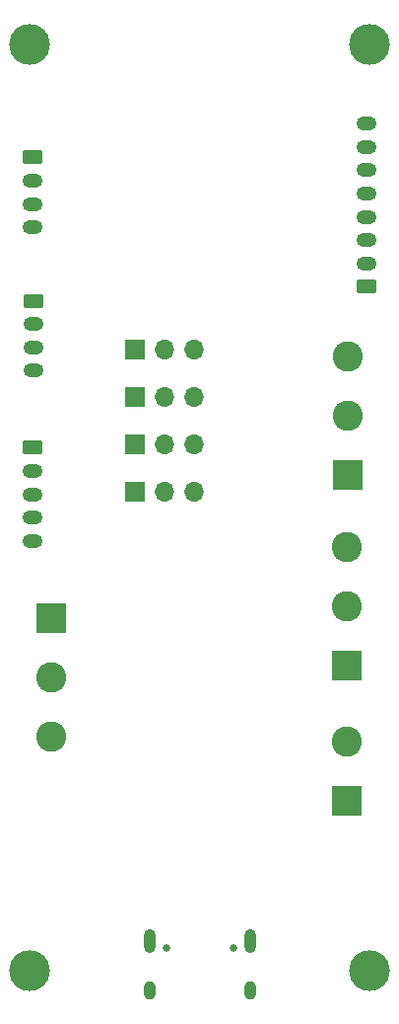
<source format=gbr>
%TF.GenerationSoftware,KiCad,Pcbnew,(6.0.1)*%
%TF.CreationDate,2022-10-31T16:46:04+01:00*%
%TF.ProjectId,ESPRocks,45535052-6f63-46b7-932e-6b696361645f,rev?*%
%TF.SameCoordinates,Original*%
%TF.FileFunction,Soldermask,Bot*%
%TF.FilePolarity,Negative*%
%FSLAX46Y46*%
G04 Gerber Fmt 4.6, Leading zero omitted, Abs format (unit mm)*
G04 Created by KiCad (PCBNEW (6.0.1)) date 2022-10-31 16:46:04*
%MOMM*%
%LPD*%
G01*
G04 APERTURE LIST*
G04 Aperture macros list*
%AMRoundRect*
0 Rectangle with rounded corners*
0 $1 Rounding radius*
0 $2 $3 $4 $5 $6 $7 $8 $9 X,Y pos of 4 corners*
0 Add a 4 corners polygon primitive as box body*
4,1,4,$2,$3,$4,$5,$6,$7,$8,$9,$2,$3,0*
0 Add four circle primitives for the rounded corners*
1,1,$1+$1,$2,$3*
1,1,$1+$1,$4,$5*
1,1,$1+$1,$6,$7*
1,1,$1+$1,$8,$9*
0 Add four rect primitives between the rounded corners*
20,1,$1+$1,$2,$3,$4,$5,0*
20,1,$1+$1,$4,$5,$6,$7,0*
20,1,$1+$1,$6,$7,$8,$9,0*
20,1,$1+$1,$8,$9,$2,$3,0*%
G04 Aperture macros list end*
%ADD10R,2.600000X2.600000*%
%ADD11C,2.600000*%
%ADD12C,3.500000*%
%ADD13R,1.700000X1.700000*%
%ADD14O,1.700000X1.700000*%
%ADD15RoundRect,0.250000X-0.625000X0.350000X-0.625000X-0.350000X0.625000X-0.350000X0.625000X0.350000X0*%
%ADD16O,1.750000X1.200000*%
%ADD17C,0.650000*%
%ADD18O,1.000000X2.100000*%
%ADD19O,1.000000X1.600000*%
%ADD20RoundRect,0.250000X0.625000X-0.350000X0.625000X0.350000X-0.625000X0.350000X-0.625000X-0.350000X0*%
G04 APERTURE END LIST*
D10*
%TO.C,CN5*%
X131868800Y-116768800D03*
D11*
X131868800Y-111688800D03*
%TD*%
D12*
%TO.C,REF\u002A\u002A*%
X104639800Y-131368800D03*
%TD*%
D13*
%TO.C,JP1*%
X113671800Y-90347800D03*
D14*
X116211800Y-90347800D03*
X118751800Y-90347800D03*
%TD*%
D12*
%TO.C,REF\u002A\u002A*%
X133849800Y-51993800D03*
%TD*%
D15*
%TO.C,CN7*%
X104893800Y-61645800D03*
D16*
X104893800Y-63645800D03*
X104893800Y-65645800D03*
X104893800Y-67645800D03*
%TD*%
D13*
%TO.C,JP3*%
X113671800Y-78155800D03*
D14*
X116211800Y-78155800D03*
X118751800Y-78155800D03*
%TD*%
D12*
%TO.C,REF\u002A\u002A*%
X104639800Y-51993800D03*
%TD*%
D17*
%TO.C,CN1*%
X116354800Y-129403800D03*
X122134800Y-129403800D03*
D18*
X114924800Y-128873800D03*
X123564800Y-128873800D03*
D19*
X114924800Y-133053800D03*
X123564800Y-133053800D03*
%TD*%
D15*
%TO.C,CN4*%
X104893800Y-86537800D03*
D16*
X104893800Y-88537800D03*
X104893800Y-90537800D03*
X104893800Y-92537800D03*
X104893800Y-94537800D03*
%TD*%
D10*
%TO.C,CN8*%
X131944800Y-88828800D03*
D11*
X131944800Y-83748800D03*
X131944800Y-78668800D03*
%TD*%
D10*
%TO.C,CN3*%
X106493800Y-101137800D03*
D11*
X106493800Y-106217800D03*
X106493800Y-111297800D03*
%TD*%
D15*
%TO.C,CN6*%
X104935800Y-73933800D03*
D16*
X104935800Y-75933800D03*
X104935800Y-77933800D03*
X104935800Y-79933800D03*
%TD*%
D20*
%TO.C,CN2*%
X133604600Y-72735200D03*
D16*
X133604600Y-70735200D03*
X133604600Y-68735200D03*
X133604600Y-66735200D03*
X133604600Y-64735200D03*
X133604600Y-62735200D03*
X133604600Y-60735200D03*
X133604600Y-58735200D03*
%TD*%
D10*
%TO.C,CN9*%
X131868800Y-105211800D03*
D11*
X131868800Y-100131800D03*
X131868800Y-95051800D03*
%TD*%
D13*
%TO.C,JP2*%
X113671800Y-86283800D03*
D14*
X116211800Y-86283800D03*
X118751800Y-86283800D03*
%TD*%
D13*
%TO.C,JP4*%
X113671800Y-82219800D03*
D14*
X116211800Y-82219800D03*
X118751800Y-82219800D03*
%TD*%
D12*
%TO.C,REF\u002A\u002A*%
X133849800Y-131368800D03*
%TD*%
M02*

</source>
